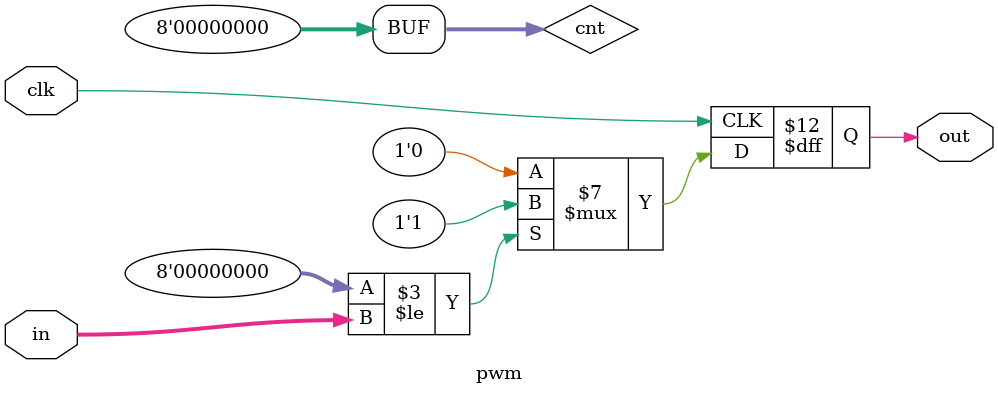
<source format=v>
module pwm(input[7:0] in ,  input clk , output reg out);
	reg[7:0] cnt;

	always@(in)begin
		cnt = 8'b00000000;
	end
	
	always@(posedge clk)begin
		if(cnt <= in)begin cnt = cnt + 1; out=1; end
		else begin cnt = cnt + 1; out=0; end
	end
endmodule

</source>
